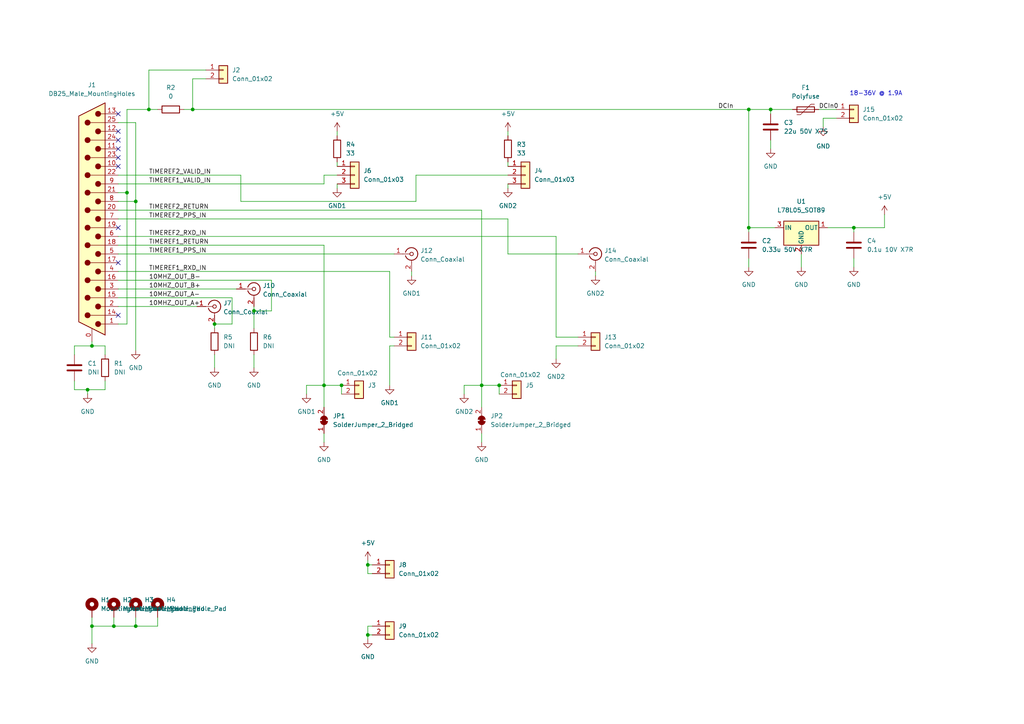
<source format=kicad_sch>
(kicad_sch (version 20211123) (generator eeschema)
  (paper "A4")
  (lib_symbols
    (symbol "Connector:Conn_Coaxial" (pin_names (offset 1.016) hide)
      (property "Reference" "J" (at 0.254 3.048 0))
      (property "Value" "Conn_Coaxial" (at 2.921 0 90))
      (symbol "Conn_Coaxial_0_1"
        (arc (start -1.778 -0.508) (mid 0.222 -1.808) (end 1.778 0) (stroke (width 0.254)))
        (polyline (pts (xy -2.54 0) (xy -0.508 0)))
        (polyline (pts (xy 0 -2.54) (xy 0 -1.778)))
        (circle (center 0 0) (radius 0.508) (stroke (width 0.2032)))
        (arc (start 1.778 0) (mid 0.222 1.8083) (end -1.778 0.508) (stroke (width 0.254)))
      )
      (symbol "Conn_Coaxial_1_1"
        (pin passive line (at -5.08 0 0) (length 2.54) (name "In") (number "1"))
        (pin passive line (at 0 -5.08 90) (length 2.54) (name "Ext") (number "2"))
      )
    )
    (symbol "Connector:DB25_Male_MountingHoles" (pin_names (offset 1.016) hide)
      (property "Reference" "J" (at 0 36.83 0))
      (property "Value" "DB25_Male_MountingHoles" (at 0 34.925 0))
      (symbol "DB25_Male_MountingHoles_0_1"
        (circle (center -1.778 -30.48) (radius 0.762) (fill (type outline)))
        (circle (center -1.778 -25.4) (radius 0.762) (fill (type outline)))
        (circle (center -1.778 -20.32) (radius 0.762) (fill (type outline)))
        (circle (center -1.778 -15.24) (radius 0.762) (fill (type outline)))
        (circle (center -1.778 -10.16) (radius 0.762) (fill (type outline)))
        (circle (center -1.778 -5.08) (radius 0.762) (fill (type outline)))
        (circle (center -1.778 0) (radius 0.762) (fill (type outline)))
        (circle (center -1.778 5.08) (radius 0.762) (fill (type outline)))
        (circle (center -1.778 10.16) (radius 0.762) (fill (type outline)))
        (circle (center -1.778 15.24) (radius 0.762) (fill (type outline)))
        (circle (center -1.778 20.32) (radius 0.762) (fill (type outline)))
        (circle (center -1.778 25.4) (radius 0.762) (fill (type outline)))
        (circle (center -1.778 30.48) (radius 0.762) (fill (type outline)))
        (polyline (pts (xy -3.81 -30.48) (xy -2.54 -30.48)))
        (polyline (pts (xy -3.81 -27.94) (xy 0.508 -27.94)))
        (polyline (pts (xy -3.81 -25.4) (xy -2.54 -25.4)))
        (polyline (pts (xy -3.81 -22.86) (xy 0.508 -22.86)))
        (polyline (pts (xy -3.81 -20.32) (xy -2.54 -20.32)))
        (polyline (pts (xy -3.81 -17.78) (xy 0.508 -17.78)))
        (polyline (pts (xy -3.81 -15.24) (xy -2.54 -15.24)))
        (polyline (pts (xy -3.81 -12.7) (xy 0.508 -12.7)))
        (polyline (pts (xy -3.81 -10.16) (xy -2.54 -10.16)))
        (polyline (pts (xy -3.81 -7.62) (xy 0.508 -7.62)))
        (polyline (pts (xy -3.81 -5.08) (xy -2.54 -5.08)))
        (polyline (pts (xy -3.81 -2.54) (xy 0.508 -2.54)))
        (polyline (pts (xy -3.81 0) (xy -2.54 0)))
        (polyline (pts (xy -3.81 2.54) (xy 0.508 2.54)))
        (polyline (pts (xy -3.81 5.08) (xy -2.54 5.08)))
        (polyline (pts (xy -3.81 7.62) (xy 0.508 7.62)))
        (polyline (pts (xy -3.81 10.16) (xy -2.54 10.16)))
        (polyline (pts (xy -3.81 12.7) (xy 0.508 12.7)))
        (polyline (pts (xy -3.81 15.24) (xy -2.54 15.24)))
        (polyline (pts (xy -3.81 17.78) (xy 0.508 17.78)))
        (polyline (pts (xy -3.81 20.32) (xy -2.54 20.32)))
        (polyline (pts (xy -3.81 22.86) (xy 0.508 22.86)))
        (polyline (pts (xy -3.81 25.4) (xy -2.54 25.4)))
        (polyline (pts (xy -3.81 27.94) (xy 0.508 27.94)))
        (polyline (pts (xy -3.81 30.48) (xy -2.54 30.48)))
        (polyline (pts (xy -3.81 -33.655) (xy 3.81 -29.845) (xy 3.81 29.845) (xy -3.81 33.655) (xy -3.81 -33.655)) (stroke (width 0.254)) (fill (type background)))
        (circle (center 1.27 -27.94) (radius 0.762) (fill (type outline)))
        (circle (center 1.27 -22.86) (radius 0.762) (fill (type outline)))
        (circle (center 1.27 -17.78) (radius 0.762) (fill (type outline)))
        (circle (center 1.27 -12.7) (radius 0.762) (fill (type outline)))
        (circle (center 1.27 -7.62) (radius 0.762) (fill (type outline)))
        (circle (center 1.27 -2.54) (radius 0.762) (fill (type outline)))
        (circle (center 1.27 2.54) (radius 0.762) (fill (type outline)))
        (circle (center 1.27 7.62) (radius 0.762) (fill (type outline)))
        (circle (center 1.27 12.7) (radius 0.762) (fill (type outline)))
        (circle (center 1.27 17.78) (radius 0.762) (fill (type outline)))
        (circle (center 1.27 22.86) (radius 0.762) (fill (type outline)))
        (circle (center 1.27 27.94) (radius 0.762) (fill (type outline)))
      )
      (symbol "DB25_Male_MountingHoles_1_1"
        (pin passive line (at 0 -35.56 90) (length 3.81) (name "PAD") (number "0"))
        (pin passive line (at -7.62 -30.48 0) (length 3.81) (name "1") (number "1"))
        (pin passive line (at -7.62 15.24 0) (length 3.81) (name "10") (number "10"))
        (pin passive line (at -7.62 20.32 0) (length 3.81) (name "11") (number "11"))
        (pin passive line (at -7.62 25.4 0) (length 3.81) (name "12") (number "12"))
        (pin passive line (at -7.62 30.48 0) (length 3.81) (name "13") (number "13"))
        (pin passive line (at -7.62 -27.94 0) (length 3.81) (name "P14") (number "14"))
        (pin passive line (at -7.62 -22.86 0) (length 3.81) (name "P15") (number "15"))
        (pin passive line (at -7.62 -17.78 0) (length 3.81) (name "P16") (number "16"))
        (pin passive line (at -7.62 -12.7 0) (length 3.81) (name "P17") (number "17"))
        (pin passive line (at -7.62 -7.62 0) (length 3.81) (name "P18") (number "18"))
        (pin passive line (at -7.62 -2.54 0) (length 3.81) (name "P19") (number "19"))
        (pin passive line (at -7.62 -25.4 0) (length 3.81) (name "2") (number "2"))
        (pin passive line (at -7.62 2.54 0) (length 3.81) (name "P20") (number "20"))
        (pin passive line (at -7.62 7.62 0) (length 3.81) (name "P21") (number "21"))
        (pin passive line (at -7.62 12.7 0) (length 3.81) (name "P22") (number "22"))
        (pin passive line (at -7.62 17.78 0) (length 3.81) (name "P23") (number "23"))
        (pin passive line (at -7.62 22.86 0) (length 3.81) (name "P24") (number "24"))
        (pin passive line (at -7.62 27.94 0) (length 3.81) (name "P25") (number "25"))
        (pin passive line (at -7.62 -20.32 0) (length 3.81) (name "3") (number "3"))
        (pin passive line (at -7.62 -15.24 0) (length 3.81) (name "4") (number "4"))
        (pin passive line (at -7.62 -10.16 0) (length 3.81) (name "5") (number "5"))
        (pin passive line (at -7.62 -5.08 0) (length 3.81) (name "6") (number "6"))
        (pin passive line (at -7.62 0 0) (length 3.81) (name "7") (number "7"))
        (pin passive line (at -7.62 5.08 0) (length 3.81) (name "8") (number "8"))
        (pin passive line (at -7.62 10.16 0) (length 3.81) (name "9") (number "9"))
      )
    )
    (symbol "Connector_Generic:Conn_01x02" (pin_names (offset 1.016) hide)
      (property "Reference" "J" (at 0 2.54 0))
      (property "Value" "Conn_01x02" (at 0 -5.08 0))
      (symbol "Conn_01x02_1_1"
        (rectangle (start -1.27 -2.413) (end 0 -2.667) (stroke (width 0.1524)))
        (rectangle (start -1.27 0.127) (end 0 -0.127) (stroke (width 0.1524)))
        (rectangle (start -1.27 1.27) (end 1.27 -3.81) (stroke (width 0.254)) (fill (type background)))
        (pin passive line (at -5.08 0 0) (length 3.81) (name "Pin_1") (number "1"))
        (pin passive line (at -5.08 -2.54 0) (length 3.81) (name "Pin_2") (number "2"))
      )
    )
    (symbol "Connector_Generic:Conn_01x03" (pin_names (offset 1.016) hide)
      (property "Reference" "J" (at 0 5.08 0))
      (property "Value" "Conn_01x03" (at 0 -5.08 0))
      (symbol "Conn_01x03_1_1"
        (rectangle (start -1.27 -2.413) (end 0 -2.667) (stroke (width 0.1524)))
        (rectangle (start -1.27 0.127) (end 0 -0.127) (stroke (width 0.1524)))
        (rectangle (start -1.27 2.667) (end 0 2.413) (stroke (width 0.1524)))
        (rectangle (start -1.27 3.81) (end 1.27 -3.81) (stroke (width 0.254)) (fill (type background)))
        (pin passive line (at -5.08 2.54 0) (length 3.81) (name "Pin_1") (number "1"))
        (pin passive line (at -5.08 0 0) (length 3.81) (name "Pin_2") (number "2"))
        (pin passive line (at -5.08 -2.54 0) (length 3.81) (name "Pin_3") (number "3"))
      )
    )
    (symbol "Device:C" (pin_numbers hide) (pin_names (offset 0.254))
      (property "Reference" "C" (at 0.635 2.54 0))
      (property "Value" "C" (at 0.635 -2.54 0))
      (symbol "C_0_1"
        (polyline (pts (xy -2.032 -0.762) (xy 2.032 -0.762)) (stroke (width 0.508)))
        (polyline (pts (xy -2.032 0.762) (xy 2.032 0.762)) (stroke (width 0.508)))
      )
      (symbol "C_1_1"
        (pin passive line (at 0 3.81 270) (length 2.794) (name "~") (number "1"))
        (pin passive line (at 0 -3.81 90) (length 2.794) (name "~") (number "2"))
      )
    )
    (symbol "Device:Polyfuse" (pin_numbers hide) (pin_names (offset 0))
      (property "Reference" "F" (at -2.54 0 90))
      (property "Value" "Polyfuse" (at 2.54 0 90))
      (symbol "Polyfuse_0_1"
        (rectangle (start -0.762 2.54) (end 0.762 -2.54) (stroke (width 0.254)))
        (polyline (pts (xy 0 2.54) (xy 0 -2.54)))
        (polyline (pts (xy -1.524 2.54) (xy -1.524 1.524) (xy 1.524 -1.524) (xy 1.524 -2.54)))
      )
      (symbol "Polyfuse_1_1"
        (pin passive line (at 0 3.81 270) (length 1.27) (name "~") (number "1"))
        (pin passive line (at 0 -3.81 90) (length 1.27) (name "~") (number "2"))
      )
    )
    (symbol "Device:R" (pin_numbers hide) (pin_names (offset 0))
      (property "Reference" "R" (at 2.032 0 90))
      (property "Value" "R" (at 0 0 90))
      (symbol "R_0_1"
        (rectangle (start -1.016 -2.54) (end 1.016 2.54) (stroke (width 0.254)))
      )
      (symbol "R_1_1"
        (pin passive line (at 0 3.81 270) (length 1.27) (name "~") (number "1"))
        (pin passive line (at 0 -3.81 90) (length 1.27) (name "~") (number "2"))
      )
    )
    (symbol "Jumper:SolderJumper_2_Bridged" (pin_names (offset 0) hide)
      (property "Reference" "JP" (at 0 2.032 0))
      (property "Value" "SolderJumper_2_Bridged" (at 0 -2.54 0))
      (symbol "SolderJumper_2_Bridged_0_1"
        (rectangle (start -0.508 0.508) (end 0.508 -0.508) (fill (type outline)))
        (arc (start -0.254 1.016) (mid -1.27 0) (end -0.254 -1.016))
        (arc (start -0.254 1.016) (mid -1.27 0) (end -0.254 -1.016) (fill (type outline)))
        (polyline (pts (xy -0.254 1.016) (xy -0.254 -1.016)))
        (polyline (pts (xy 0.254 1.016) (xy 0.254 -1.016)))
        (arc (start 0.254 -1.016) (mid 1.27 0) (end 0.254 1.016))
        (arc (start 0.254 -1.016) (mid 1.27 0) (end 0.254 1.016) (fill (type outline)))
      )
      (symbol "SolderJumper_2_Bridged_1_1"
        (pin passive line (at -3.81 0 0) (length 2.54) (name "A") (number "1"))
        (pin passive line (at 3.81 0 180) (length 2.54) (name "B") (number "2"))
      )
    )
    (symbol "Mechanical:MountingHole_Pad" (pin_numbers hide) (pin_names (offset 1.016) hide)
      (property "Reference" "H" (at 0 6.35 0))
      (property "Value" "MountingHole_Pad" (at 0 4.445 0))
      (symbol "MountingHole_Pad_0_1"
        (circle (center 0 1.27) (radius 1.27) (stroke (width 1.27)))
      )
      (symbol "MountingHole_Pad_1_1"
        (pin input line (at 0 -2.54 90) (length 2.54) (name "1") (number "1"))
      )
    )
    (symbol "Regulator_Linear:L78L05_SOT89" (pin_names (offset 0.254))
      (property "Reference" "U" (at -3.81 3.175 0))
      (property "Value" "L78L05_SOT89" (at -0.635 3.175 0))
      (symbol "L78L05_SOT89_0_1"
        (rectangle (start -5.08 1.905) (end 5.08 -5.08) (stroke (width 0.254)) (fill (type background)))
      )
      (symbol "L78L05_SOT89_1_1"
        (pin power_out line (at 7.62 0 180) (length 2.54) (name "OUT") (number "1"))
        (pin power_in line (at 0 -7.62 90) (length 2.54) (name "GND") (number "2"))
        (pin power_in line (at -7.62 0 0) (length 2.54) (name "IN") (number "3"))
      )
    )
    (symbol "power:+5V" (power) (pin_names (offset 0))
      (property "Value" "+5V" (at 0 3.556 0))
      (symbol "+5V_0_1"
        (polyline (pts (xy -0.762 1.27) (xy 0 2.54)))
        (polyline (pts (xy 0 0) (xy 0 2.54)))
        (polyline (pts (xy 0 2.54) (xy 0.762 1.27)))
      )
      (symbol "+5V_1_1"
        (pin power_in line (at 0 0 90) (length 0) hide (name "+5V") (number "1"))
      )
    )
    (symbol "power:GND" (power) (pin_names (offset 0))
      (property "Value" "GND" (at 0 -3.81 0))
      (symbol "GND_0_1"
        (polyline (pts (xy 0 0) (xy 0 -1.27) (xy 1.27 -1.27) (xy 0 -2.54) (xy -1.27 -1.27) (xy 0 -1.27)))
      )
      (symbol "GND_1_1"
        (pin power_in line (at 0 0 270) (length 0) hide (name "GND") (number "1"))
      )
    )
    (symbol "power:GND1" (power) (pin_names (offset 0))
      (property "Value" "GND1" (at 0 -3.81 0))
      (symbol "GND1_0_1"
        (polyline (pts (xy 0 0) (xy 0 -1.27) (xy 1.27 -1.27) (xy 0 -2.54) (xy -1.27 -1.27) (xy 0 -1.27)))
      )
      (symbol "GND1_1_1"
        (pin power_in line (at 0 0 270) (length 0) hide (name "GND1") (number "1"))
      )
    )
    (symbol "power:GND2" (power) (pin_names (offset 0))
      (property "Value" "GND2" (at 0 -3.81 0))
      (symbol "GND2_0_1"
        (polyline (pts (xy 0 0) (xy 0 -1.27) (xy 1.27 -1.27) (xy 0 -2.54) (xy -1.27 -1.27) (xy 0 -1.27)))
      )
      (symbol "GND2_1_1"
        (pin power_in line (at 0 0 270) (length 0) hide (name "GND2") (number "1"))
      )
    )
  )
  (junction (at 73.66 90.17))
  (junction (at 25.4 113.03))
  (junction (at 26.67 100.33))
  (junction (at 217.17 66.04))
  (junction (at 106.68 184.15))
  (junction (at 93.98 111.76))
  (junction (at 36.83 55.88))
  (junction (at 26.67 181.61))
  (junction (at 144.78 111.76))
  (junction (at 55.88 31.75))
  (junction (at 33.02 181.61))
  (junction (at 106.68 163.83))
  (junction (at 39.37 58.42))
  (junction (at 247.65 66.04))
  (junction (at 217.17 31.75))
  (junction (at 43.18 31.75))
  (junction (at 39.37 181.61))
  (junction (at 139.7 111.76))
  (junction (at 62.23 93.98))
  (junction (at 99.06 111.76))
  (junction (at 223.52 31.75))
  (no_connect (at 34.29 40.64))
  (no_connect (at 34.29 43.18))
  (no_connect (at 34.29 91.44))
  (no_connect (at 34.29 38.1))
  (no_connect (at 34.29 45.72))
  (no_connect (at 34.29 76.2))
  (no_connect (at 34.29 33.02))
  (no_connect (at 34.29 66.04))
  (no_connect (at 34.29 48.26))
  (wire (pts (xy 217.17 66.04) (xy 217.17 31.75)))
  (wire (pts (xy 114.3 100.33) (xy 113.03 100.33)))
  (wire (pts (xy 237.49 31.75) (xy 242.57 31.75)))
  (wire (pts (xy 147.32 50.8) (xy 120.65 50.8)))
  (wire (pts (xy 139.7 60.96) (xy 139.7 111.76)))
  (wire (pts (xy 34.29 53.34) (xy 93.98 53.34)))
  (wire (pts (xy 172.72 78.74) (xy 172.72 80.01)))
  (wire (pts (xy 69.85 58.42) (xy 69.85 50.8)))
  (wire (pts (xy 59.69 22.86) (xy 55.88 22.86)))
  (wire (pts (xy 26.67 181.61) (xy 33.02 181.61)))
  (wire (pts (xy 34.29 58.42) (xy 39.37 58.42)))
  (wire (pts (xy 59.69 20.32) (xy 43.18 20.32)))
  (wire (pts (xy 161.29 97.79) (xy 161.29 68.58)))
  (wire (pts (xy 78.74 90.17) (xy 73.66 90.17)))
  (wire (pts (xy 217.17 74.93) (xy 217.17 77.47)))
  (wire (pts (xy 39.37 35.56) (xy 34.29 35.56)))
  (wire (pts (xy 34.29 86.36) (xy 67.31 86.36)))
  (wire (pts (xy 97.79 53.34) (xy 97.79 54.61)))
  (wire (pts (xy 134.62 111.76) (xy 139.7 111.76)))
  (wire (pts (xy 45.72 179.07) (xy 45.72 181.61)))
  (wire (pts (xy 93.98 111.76) (xy 93.98 118.11)))
  (wire (pts (xy 106.68 163.83) (xy 106.68 166.37)))
  (wire (pts (xy 88.9 111.76) (xy 93.98 111.76)))
  (wire (pts (xy 106.68 166.37) (xy 107.95 166.37)))
  (wire (pts (xy 256.54 66.04) (xy 247.65 66.04)))
  (wire (pts (xy 106.68 185.42) (xy 106.68 184.15)))
  (wire (pts (xy 21.59 102.87) (xy 21.59 100.33)))
  (wire (pts (xy 139.7 125.73) (xy 139.7 128.27)))
  (wire (pts (xy 97.79 46.99) (xy 97.79 48.26)))
  (wire (pts (xy 30.48 113.03) (xy 30.48 110.49)))
  (wire (pts (xy 36.83 55.88) (xy 36.83 93.98)))
  (wire (pts (xy 247.65 74.93) (xy 247.65 77.47)))
  (wire (pts (xy 30.48 100.33) (xy 30.48 102.87)))
  (wire (pts (xy 147.32 46.99) (xy 147.32 48.26)))
  (wire (pts (xy 26.67 181.61) (xy 26.67 186.69)))
  (wire (pts (xy 62.23 93.98) (xy 62.23 95.25)))
  (wire (pts (xy 93.98 50.8) (xy 97.79 50.8)))
  (wire (pts (xy 113.03 78.74) (xy 113.03 97.79)))
  (wire (pts (xy 217.17 66.04) (xy 217.17 67.31)))
  (wire (pts (xy 34.29 63.5) (xy 147.32 63.5)))
  (wire (pts (xy 106.68 181.61) (xy 107.95 181.61)))
  (wire (pts (xy 113.03 100.33) (xy 113.03 111.76)))
  (wire (pts (xy 232.41 73.66) (xy 232.41 77.47)))
  (wire (pts (xy 62.23 102.87) (xy 62.23 106.68)))
  (wire (pts (xy 67.31 86.36) (xy 67.31 93.98)))
  (wire (pts (xy 97.79 38.1) (xy 97.79 39.37)))
  (wire (pts (xy 147.32 63.5) (xy 147.32 73.66)))
  (wire (pts (xy 223.52 31.75) (xy 223.52 33.02)))
  (wire (pts (xy 36.83 31.75) (xy 36.83 55.88)))
  (wire (pts (xy 99.06 111.76) (xy 99.06 114.3)))
  (wire (pts (xy 93.98 71.12) (xy 93.98 111.76)))
  (wire (pts (xy 34.29 83.82) (xy 68.58 83.82)))
  (wire (pts (xy 106.68 184.15) (xy 107.95 184.15)))
  (wire (pts (xy 113.03 97.79) (xy 114.3 97.79)))
  (wire (pts (xy 26.67 99.06) (xy 26.67 100.33)))
  (wire (pts (xy 34.29 73.66) (xy 114.3 73.66)))
  (wire (pts (xy 21.59 110.49) (xy 21.59 113.03)))
  (wire (pts (xy 144.78 111.76) (xy 144.78 114.3)))
  (wire (pts (xy 39.37 58.42) (xy 39.37 101.6)))
  (wire (pts (xy 223.52 40.64) (xy 223.52 43.18)))
  (wire (pts (xy 34.29 88.9) (xy 57.15 88.9)))
  (wire (pts (xy 36.83 31.75) (xy 43.18 31.75)))
  (wire (pts (xy 55.88 31.75) (xy 217.17 31.75)))
  (wire (pts (xy 53.34 31.75) (xy 55.88 31.75)))
  (wire (pts (xy 34.29 93.98) (xy 36.83 93.98)))
  (wire (pts (xy 34.29 78.74) (xy 113.03 78.74)))
  (wire (pts (xy 33.02 181.61) (xy 39.37 181.61)))
  (wire (pts (xy 21.59 100.33) (xy 26.67 100.33)))
  (wire (pts (xy 139.7 111.76) (xy 139.7 118.11)))
  (wire (pts (xy 34.29 68.58) (xy 161.29 68.58)))
  (wire (pts (xy 34.29 81.28) (xy 78.74 81.28)))
  (wire (pts (xy 120.65 58.42) (xy 69.85 58.42)))
  (wire (pts (xy 134.62 114.3) (xy 134.62 111.76)))
  (wire (pts (xy 26.67 179.07) (xy 26.67 181.61)))
  (wire (pts (xy 147.32 73.66) (xy 167.64 73.66)))
  (wire (pts (xy 73.66 102.87) (xy 73.66 106.68)))
  (wire (pts (xy 25.4 113.03) (xy 25.4 114.3)))
  (wire (pts (xy 34.29 55.88) (xy 36.83 55.88)))
  (wire (pts (xy 106.68 184.15) (xy 106.68 181.61)))
  (wire (pts (xy 167.64 100.33) (xy 161.29 100.33)))
  (wire (pts (xy 45.72 181.61) (xy 39.37 181.61)))
  (wire (pts (xy 21.59 113.03) (xy 25.4 113.03)))
  (wire (pts (xy 139.7 111.76) (xy 144.78 111.76)))
  (wire (pts (xy 34.29 71.12) (xy 93.98 71.12)))
  (wire (pts (xy 78.74 81.28) (xy 78.74 90.17)))
  (wire (pts (xy 93.98 125.73) (xy 93.98 128.27)))
  (wire (pts (xy 99.06 111.76) (xy 93.98 111.76)))
  (wire (pts (xy 238.76 34.29) (xy 238.76 36.83)))
  (wire (pts (xy 34.29 60.96) (xy 139.7 60.96)))
  (wire (pts (xy 88.9 114.3) (xy 88.9 111.76)))
  (wire (pts (xy 73.66 90.17) (xy 73.66 95.25)))
  (wire (pts (xy 73.66 88.9) (xy 73.66 90.17)))
  (wire (pts (xy 55.88 22.86) (xy 55.88 31.75)))
  (wire (pts (xy 119.38 78.74) (xy 119.38 80.01)))
  (wire (pts (xy 26.67 100.33) (xy 30.48 100.33)))
  (wire (pts (xy 69.85 50.8) (xy 34.29 50.8)))
  (wire (pts (xy 147.32 53.34) (xy 147.32 54.61)))
  (wire (pts (xy 93.98 53.34) (xy 93.98 50.8)))
  (wire (pts (xy 240.03 66.04) (xy 247.65 66.04)))
  (wire (pts (xy 247.65 66.04) (xy 247.65 67.31)))
  (wire (pts (xy 106.68 162.56) (xy 106.68 163.83)))
  (wire (pts (xy 39.37 58.42) (xy 39.37 35.56)))
  (wire (pts (xy 25.4 113.03) (xy 30.48 113.03)))
  (wire (pts (xy 256.54 62.23) (xy 256.54 66.04)))
  (wire (pts (xy 106.68 163.83) (xy 107.95 163.83)))
  (wire (pts (xy 43.18 31.75) (xy 45.72 31.75)))
  (wire (pts (xy 43.18 20.32) (xy 43.18 31.75)))
  (wire (pts (xy 39.37 179.07) (xy 39.37 181.61)))
  (wire (pts (xy 33.02 181.61) (xy 33.02 179.07)))
  (wire (pts (xy 224.79 66.04) (xy 217.17 66.04)))
  (wire (pts (xy 167.64 97.79) (xy 161.29 97.79)))
  (wire (pts (xy 67.31 93.98) (xy 62.23 93.98)))
  (wire (pts (xy 120.65 50.8) (xy 120.65 58.42)))
  (wire (pts (xy 217.17 31.75) (xy 223.52 31.75)))
  (wire (pts (xy 242.57 34.29) (xy 238.76 34.29)))
  (wire (pts (xy 229.87 31.75) (xy 223.52 31.75)))
  (wire (pts (xy 147.32 38.1) (xy 147.32 39.37)))
  (wire (pts (xy 161.29 100.33) (xy 161.29 104.14)))
  (text "18-36V @ 1.9A" (at 246.38 27.94 0) (effects (font (size 1.27 1.27)) (justify left bottom)))
  (label "TIMEREF1_VALID_IN" (at 43.18 53.34 0))
  (label "DCIn" (at 208.28 31.75 0))
  (label "TIMEREF1_RXD_IN" (at 43.18 78.74 0))
  (label "TIMEREF2_RETURN" (at 43.18 60.96 0))
  (label "10MHZ_OUT_A+" (at 43.18 88.9 0))
  (label "TIMEREF1_RETURN" (at 43.18 71.12 0))
  (label "TIMEREF2_VALID_IN" (at 43.18 50.8 0))
  (label "DCIn0" (at 237.49 31.75 0))
  (label "10MHZ_OUT_B-" (at 43.18 81.28 0))
  (label "TIMEREF2_PPS_IN" (at 43.18 63.5 0))
  (label "10MHZ_OUT_A-" (at 43.18 86.36 0))
  (label "10MHZ_OUT_B+" (at 43.18 83.82 0))
  (label "TIMEREF1_PPS_IN" (at 43.18 73.66 0))
  (label "TIMEREF2_RXD_IN" (at 43.18 68.58 0))
  (symbol (lib_id "power:GND") (at 223.52 43.18 0) (unit 1)
    (property "Reference" "#PWR021" (effects hide))
    (property "Value" "GND" (at 223.52 48.26 0))
  )
  (symbol (lib_id "power:GND") (at 93.98 128.27 0) (unit 1)
    (property "Reference" "#PWR05" (effects hide))
    (property "Value" "GND" (at 93.98 133.35 0))
  )
  (symbol (lib_id "Device:C") (at 217.17 71.12 0) (unit 1)
    (property "Reference" "C2" (at 220.98 69.8499 0) (effects (justify left)))
    (property "Value" "0.33u 50V X7R" (at 220.98 72.3899 0) (effects (justify left)))
    (property "Footprint" "Capacitor_SMD:C_0805_2012Metric_Pad1.18x1.45mm_HandSolder" (effects hide))
  )
  (symbol (lib_id "Device:C") (at 223.52 36.83 0) (unit 1)
    (property "Reference" "C3" (at 227.33 35.5599 0) (effects (justify left)))
    (property "Value" "22u 50V X7S" (at 227.33 38.0999 0) (effects (justify left)))
    (property "Footprint" "Capacitor_SMD:C_2220_5650Metric_Pad1.97x5.40mm_HandSolder" (effects hide))
  )
  (symbol (lib_id "power:GND2") (at 161.29 104.14 0) (unit 1)
    (property "Reference" "#PWR017" (effects hide))
    (property "Value" "GND2" (at 161.29 109.22 0))
  )
  (symbol (lib_id "Connector_Generic:Conn_01x02") (at 104.14 111.76 0) (unit 1)
    (property "Reference" "J3" (at 106.68 111.7599 0) (effects (justify left)))
    (property "Value" "Conn_01x02" (at 97.79 108.204 0) (effects (justify left)))
    (property "Footprint" "Connector_PinHeader_2.54mm:PinHeader_1x02_P2.54mm_Vertical" (effects hide))
  )
  (symbol (lib_id "Connector:Conn_Coaxial") (at 172.72 73.66 0) (unit 1)
    (property "Reference" "J14" (at 175.26 72.6831 0) (effects (justify left)))
    (property "Value" "Conn_Coaxial" (at 175.26 75.2231 0) (effects (justify left)))
    (property "Footprint" "Connector_Coaxial:SMA_Molex_73251-2200_Horizontal" (effects hide))
    (property "Datasheet" " ~" (effects hide))
  )
  (symbol (lib_id "Connector_Generic:Conn_01x02") (at 113.03 181.61 0) (unit 1)
    (property "Reference" "J9" (at 115.57 181.6099 0) (effects (justify left)))
    (property "Value" "Conn_01x02" (at 115.57 184.1499 0) (effects (justify left)))
    (property "Footprint" "Connector_PinHeader_2.54mm:PinHeader_1x02_P2.54mm_Vertical" (effects hide))
  )
  (symbol (lib_id "power:GND2") (at 134.62 114.3 0) (unit 1)
    (property "Reference" "#PWR08" (effects hide))
    (property "Value" "GND2" (at 134.62 119.38 0))
  )
  (symbol (lib_id "power:+5V") (at 106.68 162.56 0) (unit 1)
    (property "Reference" "#PWR012" (effects hide))
    (property "Value" "+5V" (at 106.68 157.48 0))
  )
  (symbol (lib_id "power:GND1") (at 88.9 114.3 0) (unit 1)
    (property "Reference" "#PWR04" (effects hide))
    (property "Value" "GND1" (at 88.9 119.38 0))
  )
  (symbol (lib_id "Mechanical:MountingHole_Pad") (at 26.67 176.53 0) (unit 1)
    (property "Reference" "H1" (at 29.21 173.9899 0) (effects (justify left)))
    (property "Value" "MountingHole_Pad" (at 29.21 176.5299 0) (effects (justify left)))
    (property "Footprint" "MountingHole:MountingHole_3.2mm_M3_ISO7380_Pad" (effects hide))
  )
  (symbol (lib_id "Device:R") (at 49.53 31.75 90) (unit 1)
    (property "Reference" "R2" (at 49.53 25.4 90))
    (property "Value" "0" (at 49.53 27.94 90))
    (property "Footprint" "Resistor_SMD:R_0603_1608Metric_Pad0.98x0.95mm_HandSolder" (effects hide))
  )
  (symbol (lib_id "power:GND") (at 238.76 36.83 0) (unit 1)
    (property "Reference" "#PWR023" (effects hide))
    (property "Value" "GND" (at 238.76 42.418 0))
  )
  (symbol (lib_id "power:GND") (at 25.4 114.3 0) (unit 1)
    (property "Reference" "#PWR01" (effects hide))
    (property "Value" "GND" (at 25.4 119.38 0))
  )
  (symbol (lib_id "Jumper:SolderJumper_2_Bridged") (at 93.98 121.92 90) (unit 1)
    (property "Reference" "JP1" (at 96.52 120.6499 90) (effects (justify right)))
    (property "Value" "SolderJumper_2_Bridged" (at 96.52 123.1899 90) (effects (justify right)))
    (property "Footprint" "Jumper:SolderJumper-2_P1.3mm_Bridged_RoundedPad1.0x1.5mm" (effects hide))
  )
  (symbol (lib_id "power:GND") (at 62.23 106.68 0) (unit 1)
    (property "Reference" "#PWR014" (effects hide))
    (property "Value" "GND" (at 62.23 111.76 0))
  )
  (symbol (lib_id "Device:R") (at 62.23 99.06 0) (unit 1)
    (property "Reference" "R5" (at 64.77 97.7899 0) (effects (justify left)))
    (property "Value" "DNI" (at 64.77 100.3299 0) (effects (justify left)))
    (property "Footprint" "Resistor_SMD:R_0603_1608Metric_Pad0.98x0.95mm_HandSolder" (effects hide))
  )
  (symbol (lib_id "Connector_Generic:Conn_01x02") (at 113.03 163.83 0) (unit 1)
    (property "Reference" "J8" (at 115.57 163.8299 0) (effects (justify left)))
    (property "Value" "Conn_01x02" (at 115.57 166.3699 0) (effects (justify left)))
    (property "Footprint" "Connector_PinHeader_2.54mm:PinHeader_1x02_P2.54mm_Vertical" (effects hide))
  )
  (symbol (lib_id "power:GND") (at 39.37 101.6 0) (unit 1)
    (property "Reference" "#PWR03" (effects hide))
    (property "Value" "GND" (at 39.37 106.68 0))
  )
  (symbol (lib_id "power:GND2") (at 172.72 80.01 0) (unit 1)
    (property "Reference" "#PWR019" (effects hide))
    (property "Value" "GND2" (at 172.72 85.09 0))
  )
  (symbol (lib_id "Mechanical:MountingHole_Pad") (at 45.72 176.53 0) (unit 1)
    (property "Reference" "H4" (at 48.26 173.9899 0) (effects (justify left)))
    (property "Value" "MountingHole_Pad" (at 48.26 176.5299 0) (effects (justify left)))
    (property "Footprint" "MountingHole:MountingHole_3.2mm_M3_ISO7380_Pad" (effects hide))
  )
  (symbol (lib_id "Connector_Generic:Conn_01x02") (at 172.72 97.79 0) (unit 1)
    (property "Reference" "J13" (at 175.26 97.7899 0) (effects (justify left)))
    (property "Value" "Conn_01x02" (at 175.26 100.3299 0) (effects (justify left)))
    (property "Footprint" "Connector_PinHeader_2.54mm:PinHeader_1x02_P2.54mm_Vertical" (effects hide))
  )
  (symbol (lib_id "power:+5V") (at 256.54 62.23 0) (unit 1)
    (property "Reference" "#PWR025" (effects hide))
    (property "Value" "+5V" (at 256.54 57.15 0))
  )
  (symbol (lib_id "Connector_Generic:Conn_01x02") (at 247.65 31.75 0) (unit 1)
    (property "Reference" "J15" (at 250.19 31.7499 0) (effects (justify left)))
    (property "Value" "Conn_01x02" (at 250.19 34.2899 0) (effects (justify left)))
    (property "Footprint" "Connector_Phoenix_MSTB:PhoenixContact_MSTBA_2,5_2-G-5,08_1x02_P5.08mm_Horizontal" (effects hide))
  )
  (symbol (lib_id "power:GND1") (at 119.38 80.01 0) (unit 1)
    (property "Reference" "#PWR018" (effects hide))
    (property "Value" "GND1" (at 119.38 85.09 0))
  )
  (symbol (lib_id "Connector:Conn_Coaxial") (at 62.23 88.9 0) (unit 1)
    (property "Reference" "J7" (at 64.77 87.9231 0) (effects (justify left)))
    (property "Value" "Conn_Coaxial" (at 64.77 90.4631 0) (effects (justify left)))
    (property "Footprint" "Connector_Coaxial:SMA_Molex_73251-2200_Horizontal" (effects hide))
    (property "Datasheet" " ~" (effects hide))
  )
  (symbol (lib_id "power:GND1") (at 97.79 54.61 0) (unit 1)
    (property "Reference" "#PWR011" (effects hide))
    (property "Value" "GND1" (at 97.79 59.69 0))
  )
  (symbol (lib_id "Connector_Generic:Conn_01x03") (at 152.4 50.8 0) (unit 1)
    (property "Reference" "J4" (at 154.94 49.5299 0) (effects (justify left)))
    (property "Value" "Conn_01x03" (at 154.94 52.0699 0) (effects (justify left)))
    (property "Footprint" "Connector_PinHeader_2.54mm:PinHeader_1x03_P2.54mm_Vertical" (effects hide))
  )
  (symbol (lib_id "Device:C") (at 21.59 106.68 0) (unit 1)
    (property "Reference" "C1" (at 25.4 105.4099 0) (effects (justify left)))
    (property "Value" "DNI" (at 25.4 107.9499 0) (effects (justify left)))
    (property "Footprint" "Capacitor_SMD:C_0805_2012Metric_Pad1.18x1.45mm_HandSolder" (effects hide))
  )
  (symbol (lib_id "Regulator_Linear:L78L05_SOT89") (at 232.41 66.04 0) (unit 1)
    (property "Reference" "U1" (at 232.41 58.42 0))
    (property "Value" "L78L05_SOT89" (at 232.41 60.96 0))
    (property "Footprint" "Package_TO_SOT_SMD:SOT-89-3" (effects hide))
    (property "Datasheet" "http://www.st.com/content/ccc/resource/technical/document/datasheet/15/55/e5/aa/23/5b/43/fd/CD00000446.pdf/files/CD00000446.pdf/jcr:content/translations/en.CD00000446.pdf" (effects hide))
  )
  (symbol (lib_id "Device:R") (at 30.48 106.68 0) (unit 1)
    (property "Reference" "R1" (at 33.02 105.4099 0) (effects (justify left)))
    (property "Value" "DNI" (at 33.02 107.9499 0) (effects (justify left)))
    (property "Footprint" "Resistor_SMD:R_0603_1608Metric_Pad0.98x0.95mm_HandSolder" (effects hide))
  )
  (symbol (lib_id "power:GND") (at 106.68 185.42 0) (unit 1)
    (property "Reference" "#PWR013" (effects hide))
    (property "Value" "GND" (at 106.68 190.5 0))
  )
  (symbol (lib_id "power:GND") (at 247.65 77.47 0) (unit 1)
    (property "Reference" "#PWR024" (effects hide))
    (property "Value" "GND" (at 247.65 82.55 0))
  )
  (symbol (lib_id "Connector_Generic:Conn_01x02") (at 64.77 20.32 0) (unit 1)
    (property "Reference" "J2" (at 67.31 20.3199 0) (effects (justify left)))
    (property "Value" "Conn_01x02" (at 67.31 22.8599 0) (effects (justify left)))
    (property "Footprint" "Connector_PinHeader_2.54mm:PinHeader_1x02_P2.54mm_Vertical" (effects hide))
  )
  (symbol (lib_id "power:+5V") (at 97.79 38.1 0) (unit 1)
    (property "Reference" "#PWR010" (effects hide))
    (property "Value" "+5V" (at 97.79 33.02 0))
  )
  (symbol (lib_id "Mechanical:MountingHole_Pad") (at 39.37 176.53 0) (unit 1)
    (property "Reference" "H3" (at 41.91 173.9899 0) (effects (justify left)))
    (property "Value" "MountingHole_Pad" (at 41.91 176.5299 0) (effects (justify left)))
    (property "Footprint" "MountingHole:MountingHole_3.2mm_M3_ISO7380_Pad" (effects hide))
  )
  (symbol (lib_id "Mechanical:MountingHole_Pad") (at 33.02 176.53 0) (unit 1)
    (property "Reference" "H2" (at 35.56 173.9899 0) (effects (justify left)))
    (property "Value" "MountingHole_Pad" (at 35.56 176.5299 0) (effects (justify left)))
    (property "Footprint" "MountingHole:MountingHole_3.2mm_M3_ISO7380_Pad" (effects hide))
  )
  (symbol (lib_id "Connector_Generic:Conn_01x02") (at 149.86 111.76 0) (unit 1)
    (property "Reference" "J5" (at 152.4 111.7599 0) (effects (justify left)))
    (property "Value" "Conn_01x02" (at 145.034 108.712 0) (effects (justify left)))
    (property "Footprint" "Connector_PinHeader_2.54mm:PinHeader_1x02_P2.54mm_Vertical" (effects hide))
  )
  (symbol (lib_id "power:GND2") (at 147.32 54.61 0) (unit 1)
    (property "Reference" "#PWR07" (effects hide))
    (property "Value" "GND2" (at 147.32 59.69 0))
  )
  (symbol (lib_id "Jumper:SolderJumper_2_Bridged") (at 139.7 121.92 90) (unit 1)
    (property "Reference" "JP2" (at 142.24 120.65 90) (effects (justify right)))
    (property "Value" "SolderJumper_2_Bridged" (at 142.24 123.1899 90) (effects (justify right)))
    (property "Footprint" "Jumper:SolderJumper-2_P1.3mm_Bridged_RoundedPad1.0x1.5mm" (effects hide))
  )
  (symbol (lib_id "power:GND") (at 73.66 106.68 0) (unit 1)
    (property "Reference" "#PWR015" (effects hide))
    (property "Value" "GND" (at 73.66 111.76 0))
  )
  (symbol (lib_id "Connector:Conn_Coaxial") (at 73.66 83.82 0) (unit 1)
    (property "Reference" "J10" (at 76.2 82.8431 0) (effects (justify left)))
    (property "Value" "Conn_Coaxial" (at 76.2 85.3831 0) (effects (justify left)))
    (property "Footprint" "Connector_Coaxial:SMA_Molex_73251-2200_Horizontal" (effects hide))
    (property "Datasheet" " ~" (effects hide))
  )
  (symbol (lib_id "Device:C") (at 247.65 71.12 0) (unit 1)
    (property "Reference" "C4" (at 251.46 69.8499 0) (effects (justify left)))
    (property "Value" "0.1u 10V X7R" (at 251.46 72.3899 0) (effects (justify left)))
    (property "Footprint" "Capacitor_SMD:C_0805_2012Metric_Pad1.18x1.45mm_HandSolder" (effects hide))
  )
  (symbol (lib_id "power:+5V") (at 147.32 38.1 0) (unit 1)
    (property "Reference" "#PWR06" (effects hide))
    (property "Value" "+5V" (at 147.32 33.02 0))
  )
  (symbol (lib_id "Connector_Generic:Conn_01x03") (at 102.87 50.8 0) (unit 1)
    (property "Reference" "J6" (at 105.41 49.5299 0) (effects (justify left)))
    (property "Value" "Conn_01x03" (at 105.41 52.0699 0) (effects (justify left)))
    (property "Footprint" "Connector_PinHeader_2.54mm:PinHeader_1x03_P2.54mm_Vertical" (effects hide))
  )
  (symbol (lib_id "Device:R") (at 97.79 43.18 0) (unit 1)
    (property "Reference" "R4" (at 100.33 41.9099 0) (effects (justify left)))
    (property "Value" "33" (at 100.33 44.4499 0) (effects (justify left)))
    (property "Footprint" "Resistor_SMD:R_0603_1608Metric_Pad0.98x0.95mm_HandSolder" (effects hide))
  )
  (symbol (lib_id "Connector_Generic:Conn_01x02") (at 119.38 97.79 0) (unit 1)
    (property "Reference" "J11" (at 121.92 97.7899 0) (effects (justify left)))
    (property "Value" "Conn_01x02" (at 121.92 100.3299 0) (effects (justify left)))
    (property "Footprint" "Connector_PinHeader_2.54mm:PinHeader_1x02_P2.54mm_Vertical" (effects hide))
  )
  (symbol (lib_id "power:GND") (at 139.7 128.27 0) (unit 1)
    (property "Reference" "#PWR09" (effects hide))
    (property "Value" "GND" (at 139.7 133.35 0))
  )
  (symbol (lib_id "Connector:Conn_Coaxial") (at 119.38 73.66 0) (unit 1)
    (property "Reference" "J12" (at 121.92 72.6831 0) (effects (justify left)))
    (property "Value" "Conn_Coaxial" (at 121.92 75.2231 0) (effects (justify left)))
    (property "Footprint" "Connector_Coaxial:SMA_Molex_73251-2200_Horizontal" (effects hide))
    (property "Datasheet" " ~" (effects hide))
  )
  (symbol (lib_id "Device:R") (at 73.66 99.06 0) (unit 1)
    (property "Reference" "R6" (at 76.2 97.7899 0) (effects (justify left)))
    (property "Value" "DNI" (at 76.2 100.3299 0) (effects (justify left)))
    (property "Footprint" "Resistor_SMD:R_0603_1608Metric_Pad0.98x0.95mm_HandSolder" (effects hide))
  )
  (symbol (lib_id "power:GND") (at 232.41 77.47 0) (unit 1)
    (property "Reference" "#PWR022" (effects hide))
    (property "Value" "GND" (at 232.41 82.55 0))
  )
  (symbol (lib_id "Device:Polyfuse") (at 233.68 31.75 270) (unit 1)
    (property "Reference" "F1" (at 233.68 25.4 90))
    (property "Value" "Polyfuse" (at 233.68 27.94 90))
    (property "Footprint" "Fuse:Fuse_2920_7451Metric_Pad2.10x5.45mm_HandSolder" (effects hide))
  )
  (symbol (lib_id "power:GND") (at 26.67 186.69 0) (unit 1)
    (property "Reference" "#PWR02" (effects hide))
    (property "Value" "GND" (at 26.67 191.77 0))
  )
  (symbol (lib_id "Device:R") (at 147.32 43.18 0) (unit 1)
    (property "Reference" "R3" (at 149.86 41.9099 0) (effects (justify left)))
    (property "Value" "33" (at 149.86 44.4499 0) (effects (justify left)))
    (property "Footprint" "Resistor_SMD:R_0603_1608Metric_Pad0.98x0.95mm_HandSolder" (effects hide))
  )
  (symbol (lib_id "Connector:DB25_Male_MountingHoles") (at 26.67 63.5 0) (mirror y) (unit 1)
    (property "Reference" "J1" (at 26.67 24.638 0))
    (property "Value" "DB25_Male_MountingHoles" (at 26.67 27.178 0))
    (property "Footprint" "Connector_Dsub:DSUB-25_Female_Horizontal_P2.77x2.84mm_EdgePinOffset14.56mm_Housed_MountingHolesOffset8.20mm" (effects hide))
    (property "Datasheet" " ~" (effects hide))
  )
  (symbol (lib_id "power:GND") (at 217.17 77.47 0) (unit 1)
    (property "Reference" "#PWR020" (effects hide))
    (property "Value" "GND" (at 217.17 82.55 0))
  )
  (symbol (lib_id "power:GND1") (at 113.03 111.76 0) (unit 1)
    (property "Reference" "#PWR016" (effects hide))
    (property "Value" "GND1" (at 113.03 116.84 0))
  )
)
</source>
